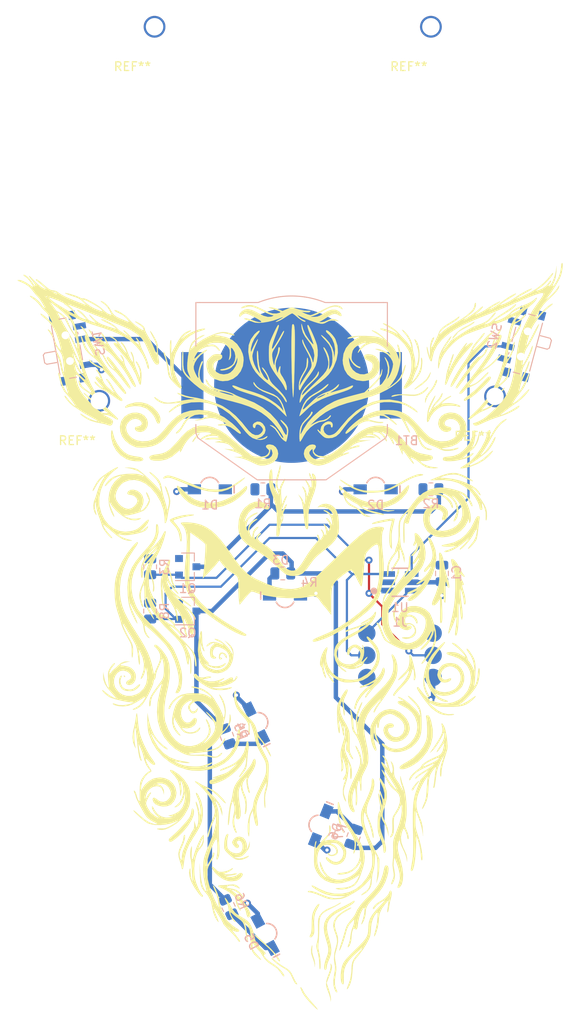
<source format=kicad_pcb>
(kicad_pcb (version 20171130) (host pcbnew "(5.1.8)-1")
  (layers (0 F.Cu signal) (31 B.Cu signal) (34 B.Paste user hide) (35 F.Paste user hide) (36 B.SilkS user) (37 F.SilkS user hide) (38 B.Mask user) (39 F.Mask user) (44 Edge.Cuts user))
  (net 0 "")
  (net 1 GND)
  (net 2 "Net-(BT1-Pad1)")
  (net 3 +V)
  (net 4 "Net-(D1-Pad1)")
  (net 5 "Net-(D2-Pad1)")
  (net 6 "Net-(D3-Pad1)")
  (net 7 "Net-(D4-Pad1)")
  (net 8 "Net-(D5-Pad1)")
  (net 9 "Net-(D6-Pad1)")
  (net 10 /RESET)
  (net 11 /PB0)
  (net 12 /PB1)
  (net 13 "Net-(J1-Pad1)")
  (net 14 /PB2)
  (net 15 "Net-(SW2-Pad1)")
  (net 16 /EYES)
  (net 17 /TONGUE)
  (net 18 "Net-(SW1-Pad3)")
  (module Krampus:HOLE_WEARABLE_KRAMPUS (layer F.Cu) (at 46.482 80.772)
    (fp_text reference REF** (at 0 0.5) (layer F.SilkS))
    (fp_text value HOLE_WEARABLE_KRAMPUS)
    (pad 1 thru_hole circle (at 2.54 -4.064) (size 2.5 2.5) (drill 2) (layers *.Cu *.Mask))
  )
  (module Krampus:HOLE_WEARABLE_KRAMPUS (layer F.Cu) (at 91.948 80.264)
    (fp_text reference REF** (at 0 0.5) (layer F.SilkS))
    (fp_text value HOLE_WEARABLE_KRAMPUS)
    (pad 1 thru_hole circle (at 2.54 -4.064) (size 2.5 2.5) (drill 2) (layers *.Cu *.Mask))
  )
  (module Krampus:HOLE_WEARABLE_KRAMPUS (layer F.Cu) (at 52.832 37.846)
    (fp_text reference REF** (at 0 0.5) (layer F.SilkS))
    (fp_text value HOLE_WEARABLE_KRAMPUS)
    (pad 1 thru_hole circle (at 2.54 -4.064) (size 2.5 2.5) (drill 2) (layers *.Cu *.Mask))
  )
  (module Krampus:HOLE_WEARABLE_KRAMPUS (layer F.Cu) (at 84.582 37.846)
    (fp_text reference REF** (at 0 0.5) (layer F.SilkS))
    (fp_text value HOLE_WEARABLE_KRAMPUS)
    (pad 1 thru_hole circle (at 2.54 -4.064) (size 2.5 2.5) (drill 2) (layers *.Cu *.Mask))
  )
  (module Krampus:Red (layer F.Cu) (at 73.025 89.535)
    (fp_text reference G*** hide)
    (fp_text value LOGO hide)
  )
  (module Krampus:Gold (layer F.Cu) (at 73.025 89.535)
    (fp_text reference G*** hide)
    (fp_text value LOGO hide)
  )
  (module Krampus:White (layer F.Cu) (at 73.025 89.535)
    (fp_text reference G*** hide)
    (fp_text value LOGO hide)
  )
  (module Krampus:Outline (layer F.Cu) (at 73.025 89.535)
    (fp_text reference G*** hide)
    (fp_text value LOGO hide)
  )
  (module Alpenglow:SOT-23-6_Handsoldering (layer B.Cu) (at 83.566 97.536)
    (fp_text reference U1 (at 0 2.9) (layer B.SilkS) (effects (justify mirror)))
    (fp_text value ATtiny4-TS-PROG)
    (pad 5 smd rect (at 1.35 0) (size 1.56 0.65) (layers B.Cu B.Paste B.Mask) (net 3 +V))
    (pad 6 smd rect (at 1.35 0.95) (size 1.56 0.65) (layers B.Cu B.Paste B.Mask) (net 10 /RESET))
    (pad 4 smd rect (at 1.35 -0.95) (size 1.56 0.65) (layers B.Cu B.Paste B.Mask) (net 14 /PB2))
    (pad 3 smd rect (at -1.35 -0.95) (size 1.56 0.65) (layers B.Cu B.Paste B.Mask) (net 12 /PB1))
    (pad 2 smd rect (at -1.35 0) (size 1.56 0.65) (layers B.Cu B.Paste B.Mask) (net 1 GND))
    (pad 1 smd rect (at -1.35 0.95) (size 1.56 0.65) (layers B.Cu B.Paste B.Mask) (net 11 /PB0))
  )
  (module Button_Switch_SMD:SW_SPDT_PCM12 (layer B.Cu) (at 97.536 70.104 255)
    (fp_text reference SW2 (at 0 3.2 75) (layer B.SilkS) (effects (justify mirror)))
    (fp_text value SW_SPDT)
    (pad "" smd rect (at -3.65 0.78 255) (size 1 0.8) (layers B.Cu B.Paste B.Mask))
    (pad "" smd rect (at 3.65 0.78 255) (size 1 0.8) (layers B.Cu B.Paste B.Mask))
    (pad "" smd rect (at 3.65 -1.43 255) (size 1 0.8) (layers B.Cu B.Paste B.Mask))
    (pad "" smd rect (at -3.65 -1.43 255) (size 1 0.8) (layers B.Cu B.Paste B.Mask))
    (pad 3 smd rect (at 2.25 1.43 255) (size 0.7 1.5) (layers B.Cu B.Paste B.Mask) (net 1 GND))
    (pad 2 smd rect (at 0.75 1.43 255) (size 0.7 1.5) (layers B.Cu B.Paste B.Mask) (net 14 /PB2))
    (pad 1 smd rect (at -2.25 1.43 255) (size 0.7 1.5) (layers B.Cu B.Paste B.Mask) (net 15 "Net-(SW2-Pad1)"))
    (pad "" np_thru_hole circle (at 1.5 -0.33 255) (size 0.9 0.9) (drill 0.9) (layers *.Cu *.Mask))
    (pad "" np_thru_hole circle (at -1.5 -0.33 255) (size 0.9 0.9) (drill 0.9) (layers *.Cu *.Mask))
  )
  (module Button_Switch_SMD:SW_SPDT_PCM12 (layer B.Cu) (at 45.72 70.612 100)
    (fp_text reference SW1 (at 0 3.2 100) (layer B.SilkS) (effects (justify mirror)))
    (fp_text value SW_SPDT_Flipped)
    (pad "" smd rect (at -3.65 0.78 100) (size 1 0.8) (layers B.Cu B.Paste B.Mask))
    (pad "" smd rect (at 3.65 0.78 100) (size 1 0.8) (layers B.Cu B.Paste B.Mask))
    (pad "" smd rect (at 3.65 -1.43 100) (size 1 0.8) (layers B.Cu B.Paste B.Mask))
    (pad "" smd rect (at -3.65 -1.43 100) (size 1 0.8) (layers B.Cu B.Paste B.Mask))
    (pad 3 smd rect (at 2.25 1.43 100) (size 0.7 1.5) (layers B.Cu B.Paste B.Mask) (net 18 "Net-(SW1-Pad3)"))
    (pad 2 smd rect (at 0.75 1.43 100) (size 0.7 1.5) (layers B.Cu B.Paste B.Mask) (net 2 "Net-(BT1-Pad1)"))
    (pad 1 smd rect (at -2.25 1.43 100) (size 0.7 1.5) (layers B.Cu B.Paste B.Mask) (net 3 +V))
    (pad "" np_thru_hole circle (at 1.5 -0.33 100) (size 0.9 0.9) (drill 0.9) (layers *.Cu *.Mask))
    (pad "" np_thru_hole circle (at -1.5 -0.33 100) (size 0.9 0.9) (drill 0.9) (layers *.Cu *.Mask))
  )
  (module Resistor_SMD:R_0805_2012Metric (layer B.Cu) (at 54.864 100.838 90)
    (fp_text reference R8 (at 0 1.65 90) (layer B.SilkS) (effects (justify mirror)))
    (fp_text value 10k)
    (pad 2 smd roundrect (at 0.9125 0 90) (size 1.025 1.4) (layers B.Cu B.Paste B.Mask) (roundrect_rratio 0.243902) (net 1 GND))
    (pad 1 smd roundrect (at -0.9125 0 90) (size 1.025 1.4) (layers B.Cu B.Paste B.Mask) (roundrect_rratio 0.243902) (net 12 /PB1))
  )
  (module Resistor_SMD:R_0805_2012Metric (layer B.Cu) (at 78.232 126.746 250)
    (fp_text reference R7 (at 0 1.65 70) (layer B.SilkS) (effects (justify mirror)))
    (fp_text value 470)
    (pad 2 smd roundrect (at 0.9125 0 250) (size 1.025 1.4) (layers B.Cu B.Paste B.Mask) (roundrect_rratio 0.243902) (net 17 /TONGUE))
    (pad 1 smd roundrect (at -0.9125 0 250) (size 1.025 1.4) (layers B.Cu B.Paste B.Mask) (roundrect_rratio 0.243902) (net 9 "Net-(D6-Pad1)"))
  )
  (module Resistor_SMD:R_0805_2012Metric (layer B.Cu) (at 63.876361 134.808994 115)
    (fp_text reference R6 (at 0 1.65 115) (layer B.SilkS) (effects (justify mirror)))
    (fp_text value 470)
    (pad 2 smd roundrect (at 0.9125 0 115) (size 1.025 1.4) (layers B.Cu B.Paste B.Mask) (roundrect_rratio 0.243902) (net 17 /TONGUE))
    (pad 1 smd roundrect (at -0.9125 0 115) (size 1.025 1.4) (layers B.Cu B.Paste B.Mask) (roundrect_rratio 0.243902) (net 8 "Net-(D5-Pad1)"))
  )
  (module Resistor_SMD:R_0805_2012Metric (layer B.Cu) (at 63.695907 115.22053 110)
    (fp_text reference R5 (at 0 1.65 110) (layer B.SilkS) (effects (justify mirror)))
    (fp_text value 470)
    (pad 2 smd roundrect (at 0.9125 0 110) (size 1.025 1.4) (layers B.Cu B.Paste B.Mask) (roundrect_rratio 0.243902) (net 17 /TONGUE))
    (pad 1 smd roundrect (at -0.9125 0 110) (size 1.025 1.4) (layers B.Cu B.Paste B.Mask) (roundrect_rratio 0.243902) (net 7 "Net-(D4-Pad1)"))
  )
  (module Resistor_SMD:R_0805_2012Metric (layer B.Cu) (at 70.104 96.52)
    (fp_text reference R4 (at 3.048 1.016) (layer B.SilkS) (effects (justify mirror)))
    (fp_text value 470)
    (pad 2 smd roundrect (at 0.9125 0) (size 1.025 1.4) (layers B.Cu B.Paste B.Mask) (roundrect_rratio 0.243902) (net 17 /TONGUE))
    (pad 1 smd roundrect (at -0.9125 0) (size 1.025 1.4) (layers B.Cu B.Paste B.Mask) (roundrect_rratio 0.243902) (net 6 "Net-(D3-Pad1)"))
  )
  (module Resistor_SMD:R_0805_2012Metric (layer B.Cu) (at 54.864 95.758 90)
    (fp_text reference R3 (at 0 1.65 90) (layer B.SilkS) (effects (justify mirror)))
    (fp_text value 10k)
    (pad 2 smd roundrect (at 0.9125 0 90) (size 1.025 1.4) (layers B.Cu B.Paste B.Mask) (roundrect_rratio 0.243902) (net 1 GND))
    (pad 1 smd roundrect (at -0.9125 0 90) (size 1.025 1.4) (layers B.Cu B.Paste B.Mask) (roundrect_rratio 0.243902) (net 11 /PB0))
  )
  (module Resistor_SMD:R_0805_2012Metric (layer B.Cu) (at 87.122 86.868)
    (fp_text reference R2 (at 0 1.65) (layer B.SilkS) (effects (justify mirror)))
    (fp_text value 470)
    (pad 2 smd roundrect (at 0.9125 0) (size 1.025 1.4) (layers B.Cu B.Paste B.Mask) (roundrect_rratio 0.243902) (net 16 /EYES))
    (pad 1 smd roundrect (at -0.9125 0) (size 1.025 1.4) (layers B.Cu B.Paste B.Mask) (roundrect_rratio 0.243902) (net 5 "Net-(D2-Pad1)"))
  )
  (module Resistor_SMD:R_0805_2012Metric (layer B.Cu) (at 67.818 86.868)
    (fp_text reference R1 (at 0 1.65) (layer B.SilkS) (effects (justify mirror)))
    (fp_text value 470)
    (pad 2 smd roundrect (at 0.9125 0) (size 1.025 1.4) (layers B.Cu B.Paste B.Mask) (roundrect_rratio 0.243902) (net 16 /EYES))
    (pad 1 smd roundrect (at -0.9125 0) (size 1.025 1.4) (layers B.Cu B.Paste B.Mask) (roundrect_rratio 0.243902) (net 4 "Net-(D1-Pad1)"))
  )
  (module Package_TO_SOT_SMD:SOT-23 (layer B.Cu) (at 59.182 100.838)
    (fp_text reference Q2 (at 0 2.5) (layer B.SilkS) (effects (justify mirror)))
    (fp_text value Q_NMOS_GSD)
    (pad 3 smd rect (at 1 0) (size 0.9 0.8) (layers B.Cu B.Paste B.Mask) (net 17 /TONGUE))
    (pad 2 smd rect (at -1 -0.95) (size 0.9 0.8) (layers B.Cu B.Paste B.Mask) (net 1 GND))
    (pad 1 smd rect (at -1 0.95) (size 0.9 0.8) (layers B.Cu B.Paste B.Mask) (net 12 /PB1))
  )
  (module Package_TO_SOT_SMD:SOT-23 (layer B.Cu) (at 59.182 95.758)
    (fp_text reference Q1 (at 0 2.5) (layer B.SilkS) (effects (justify mirror)))
    (fp_text value Q_NMOS_GSD)
    (pad 3 smd rect (at 1 0) (size 0.9 0.8) (layers B.Cu B.Paste B.Mask) (net 16 /EYES))
    (pad 2 smd rect (at -1 -0.95) (size 0.9 0.8) (layers B.Cu B.Paste B.Mask) (net 1 GND))
    (pad 1 smd rect (at -1 0.95) (size 0.9 0.8) (layers B.Cu B.Paste B.Mask) (net 11 /PB0))
  )
  (module Alpenglow:CONN-ISP-POGO-SMT (layer B.Cu) (at 83.566 104.648)
    (fp_text reference J1 (at 0 -2.54) (layer B.SilkS) (effects (justify mirror)))
    (fp_text value AVR-ISP-6)
    (pad 6 smd circle (at 3.81 -1.27) (size 2 2) (layers B.Cu B.Paste B.Mask) (net 1 GND))
    (pad 5 smd circle (at -3.81 -1.27) (size 2 2) (layers B.Cu B.Paste B.Mask) (net 10 /RESET))
    (pad 4 smd circle (at 3.81 1.27) (size 2 2) (layers B.Cu B.Paste B.Mask) (net 11 /PB0))
    (pad 3 smd circle (at -3.81 1.27) (size 2 2) (layers B.Cu B.Paste B.Mask) (net 12 /PB1))
    (pad 2 smd circle (at 3.81 3.81) (size 2 2) (layers B.Cu B.Paste B.Mask) (net 3 +V))
    (pad 1 smd circle (at -3.81 3.81) (size 2 2) (layers B.Cu B.Paste B.Mask) (net 13 "Net-(J1-Pad1)"))
  )
  (module Alpenglow:LED_1204_RTA_2P (layer B.Cu) (at 74.469959 125.479087 248)
    (fp_text reference D6 (at 0 -1.8 68) (layer B.SilkS) (effects (justify mirror)))
    (fp_text value LED)
    (pad 2 smd rect (at 1.778 0 248) (size 1.524 1.143) (layers B.Cu B.Paste B.Mask) (net 3 +V))
    (pad 1 smd rect (at -1.778 0 248) (size 1.524 1.143) (layers B.Cu B.Paste B.Mask) (net 9 "Net-(D6-Pad1)"))
  )
  (module Alpenglow:LED_1204_RTA_2P (layer B.Cu) (at 68.067895 137.934691 118)
    (fp_text reference D5 (at 0 -1.8 118) (layer B.SilkS) (effects (justify mirror)))
    (fp_text value LED)
    (pad 2 smd rect (at 1.778 0 118) (size 1.524 1.143) (layers B.Cu B.Paste B.Mask) (net 3 +V))
    (pad 1 smd rect (at -1.778 0 118) (size 1.524 1.143) (layers B.Cu B.Paste B.Mask) (net 8 "Net-(D5-Pad1)"))
  )
  (module Alpenglow:LED_1204_RTA_2P (layer B.Cu) (at 67.038576 113.717944 116)
    (fp_text reference D4 (at 0 -1.8 116) (layer B.SilkS) (effects (justify mirror)))
    (fp_text value LED)
    (pad 2 smd rect (at 1.778 0 116) (size 1.524 1.143) (layers B.Cu B.Paste B.Mask) (net 3 +V))
    (pad 1 smd rect (at -1.778 0 116) (size 1.524 1.143) (layers B.Cu B.Paste B.Mask) (net 7 "Net-(D4-Pad1)"))
  )
  (module Alpenglow:LED_1204_RTA_2P (layer B.Cu) (at 70.358 99.06)
    (fp_text reference D3 (at -0.508 -4.064) (layer B.SilkS) (effects (justify mirror)))
    (fp_text value LED)
    (pad 2 smd rect (at 1.778 0) (size 1.524 1.143) (layers B.Cu B.Paste B.Mask) (net 3 +V))
    (pad 1 smd rect (at -1.778 0) (size 1.524 1.143) (layers B.Cu B.Paste B.Mask) (net 6 "Net-(D3-Pad1)"))
  )
  (module Alpenglow:LED_1204_RTA_2P (layer B.Cu) (at 80.772 86.868 180)
    (fp_text reference D2 (at 0 -1.8) (layer B.SilkS) (effects (justify mirror)))
    (fp_text value LED)
    (pad 2 smd rect (at 1.778 0 180) (size 1.524 1.143) (layers B.Cu B.Paste B.Mask) (net 3 +V))
    (pad 1 smd rect (at -1.778 0 180) (size 1.524 1.143) (layers B.Cu B.Paste B.Mask) (net 5 "Net-(D2-Pad1)"))
  )
  (module Alpenglow:LED_1204_RTA_2P (layer B.Cu) (at 61.722 86.868 180)
    (fp_text reference D1 (at 0 -1.8) (layer B.SilkS) (effects (justify mirror)))
    (fp_text value LED)
    (pad 2 smd rect (at 1.778 0 180) (size 1.524 1.143) (layers B.Cu B.Paste B.Mask) (net 3 +V))
    (pad 1 smd rect (at -1.778 0 180) (size 1.524 1.143) (layers B.Cu B.Paste B.Mask) (net 4 "Net-(D1-Pad1)"))
  )
  (module Capacitor_SMD:C_0805_2012Metric (layer B.Cu) (at 88.392 96.52 90)
    (fp_text reference C1 (at 0 1.68 90) (layer B.SilkS) (effects (justify mirror)))
    (fp_text value 0.1)
    (pad 2 smd roundrect (at 0.95 0 90) (size 1 1.45) (layers B.Cu B.Paste B.Mask) (net 1 GND))
    (pad 1 smd roundrect (at -0.95 0 90) (size 1 1.45) (layers B.Cu B.Paste B.Mask) (net 3 +V))
  )
  (module Alpenglow:BatteryHolder_CR2032_SMT (layer B.Cu) (at 71.12 74.93 180)
    (fp_text reference BT1 (at -13.208 -6.35 180) (layer B.SilkS) (effects (justify mirror)))
    (fp_text value Battery_Cell)
    (pad 2 smd circle (at 0 0 180) (size 17.8 17.8) (layers B.Cu B.Mask) (net 1 GND))
    (pad 1 smd rect (at -11.4 0 180) (size 2.54 7.62) (layers B.Cu B.Paste B.Mask) (net 2 "Net-(BT1-Pad1)"))
    (pad 1 smd rect (at 11.4 0 180) (size 2.54 7.62) (layers B.Cu B.Paste B.Mask) (net 2 "Net-(BT1-Pad1)"))
  )
  (segment (start 54.415077 69.625077) (end 59.72 74.93) (width 0.508) (layer B.Cu) (net 2))
  (segment (start 46.998039 69.625077) (end 54.415077 69.625077) (width 0.508) (layer B.Cu) (net 2))
  (via (at 66.04 134.366) (size 0.8128) (drill 0.381) (layers F.Cu B.Cu) (net 3))
  (segment (start 67.233175 135.559175) (end 66.04 134.366) (width 0.508) (layer B.Cu) (net 3))
  (segment (start 67.233175 136.36481) (end 67.233175 135.559175) (width 0.508) (layer B.Cu) (net 3))
  (via (at 75.184 128.27) (size 0.8128) (drill 0.381) (layers F.Cu B.Cu) (net 3))
  (segment (start 74.946288 128.27) (end 73.803908 127.12762) (width 0.508) (layer B.Cu) (net 3))
  (segment (start 75.184 128.27) (end 74.946288 128.27) (width 0.508) (layer B.Cu) (net 3))
  (via (at 73.914 98.806) (size 0.8128) (drill 0.381) (layers F.Cu B.Cu) (net 3))
  (segment (start 72.39 98.806) (end 72.136 99.06) (width 0.508) (layer B.Cu) (net 3))
  (segment (start 73.914 98.806) (end 72.39 98.806) (width 0.508) (layer B.Cu) (net 3))
  (via (at 64.77 110.49) (size 0.8128) (drill 0.381) (layers F.Cu B.Cu) (net 3))
  (segment (start 64.77 110.630736) (end 66.259152 112.119888) (width 0.508) (layer B.Cu) (net 3))
  (segment (start 64.77 110.49) (end 64.77 110.630736) (width 0.508) (layer B.Cu) (net 3))
  (segment (start 88.326 97.536) (end 88.392 97.47) (width 0.508) (layer B.Cu) (net 3))
  (segment (start 84.916 97.536) (end 88.326 97.536) (width 0.508) (layer B.Cu) (net 3))
  (via (at 88.392 99.06) (size 0.8128) (drill 0.381) (layers F.Cu B.Cu) (net 3))
  (segment (start 88.392 97.47) (end 88.392 99.06) (width 0.508) (layer B.Cu) (net 3))
  (segment (start 87.376 110.744) (end 87.122 110.998) (width 0.508) (layer B.Cu) (net 3))
  (via (at 87.122 110.998) (size 0.8128) (drill 0.381) (layers F.Cu B.Cu) (net 3))
  (segment (start 87.376 108.458) (end 87.376 110.744) (width 0.508) (layer B.Cu) (net 3))
  (via (at 57.912 87.122) (size 0.8128) (drill 0.381) (layers F.Cu B.Cu) (net 3))
  (segment (start 58.166 86.868) (end 57.912 87.122) (width 0.508) (layer B.Cu) (net 3))
  (segment (start 59.944 86.868) (end 58.166 86.868) (width 0.508) (layer B.Cu) (net 3))
  (via (at 76.962 87.122) (size 0.8128) (drill 0.381) (layers F.Cu B.Cu) (net 3))
  (segment (start 77.216 86.868) (end 76.962 87.122) (width 0.508) (layer B.Cu) (net 3))
  (segment (start 78.994 86.868) (end 77.216 86.868) (width 0.508) (layer B.Cu) (net 3))
  (via (at 49.276 73.152) (size 0.8128) (drill 0.381) (layers F.Cu B.Cu) (net 3))
  (segment (start 48.703501 72.579501) (end 49.276 73.152) (width 0.508) (layer B.Cu) (net 3))
  (segment (start 47.518983 72.579501) (end 48.703501 72.579501) (width 0.508) (layer B.Cu) (net 3))
  (segment (start 68.58 97.1315) (end 69.1915 96.52) (width 0.508) (layer B.Cu) (net 6))
  (segment (start 68.58 99.06) (end 68.58 97.1315) (width 0.508) (layer B.Cu) (net 6))
  (segment (start 67.056 116.078) (end 67.818 115.316) (width 0.508) (layer B.Cu) (net 7))
  (segment (start 64.008 116.078) (end 67.056 116.078) (width 0.508) (layer B.Cu) (net 7))
  (segment (start 68.130572 139.504572) (end 64.262 135.636) (width 0.508) (layer B.Cu) (net 8))
  (segment (start 68.902615 139.504572) (end 68.130572 139.504572) (width 0.508) (layer B.Cu) (net 8))
  (segment (start 76.332554 123.830554) (end 75.13601 123.830554) (width 0.508) (layer B.Cu) (net 9))
  (segment (start 78.39053 125.88853) (end 76.332554 123.830554) (width 0.508) (layer B.Cu) (net 9))
  (segment (start 78.544093 125.88853) (end 78.39053 125.88853) (width 0.508) (layer B.Cu) (net 9))
  (segment (start 84.648 98.486) (end 84.916 98.486) (width 0.254) (layer B.Cu) (net 10))
  (segment (start 79.756 103.378) (end 84.648 98.486) (width 0.254) (layer B.Cu) (net 10))
  (segment (start 58.1445 96.6705) (end 58.182 96.708) (width 0.254) (layer B.Cu) (net 11))
  (segment (start 54.864 96.6705) (end 58.1445 96.6705) (width 0.254) (layer B.Cu) (net 11))
  (via (at 80.01 98.806) (size 0.8128) (drill 0.381) (layers F.Cu B.Cu) (net 11))
  (segment (start 80.33 98.486) (end 80.01 98.806) (width 0.254) (layer B.Cu) (net 11))
  (segment (start 82.216 98.486) (end 80.33 98.486) (width 0.254) (layer B.Cu) (net 11))
  (segment (start 80.01 98.806) (end 80.01 94.996) (width 0.254) (layer F.Cu) (net 11))
  (via (at 80.01 94.996) (size 0.8128) (drill 0.381) (layers F.Cu B.Cu) (net 11))
  (via (at 84.582 105.41) (size 0.8128) (drill 0.381) (layers F.Cu B.Cu) (net 11))
  (segment (start 85.09 105.918) (end 84.582 105.41) (width 0.254) (layer B.Cu) (net 11))
  (segment (start 87.376 105.918) (end 85.09 105.918) (width 0.254) (layer B.Cu) (net 11))
  (segment (start 81.534 102.362) (end 81.534 100.33) (width 0.254) (layer F.Cu) (net 11))
  (segment (start 84.582 105.41) (end 81.534 102.362) (width 0.254) (layer F.Cu) (net 11))
  (segment (start 80.01 98.806) (end 81.534 100.33) (width 0.254) (layer F.Cu) (net 11))
  (segment (start 58.502 97.028) (end 58.182 96.708) (width 0.254) (layer B.Cu) (net 11))
  (segment (start 68.58 90.932) (end 62.484 97.028) (width 0.254) (layer B.Cu) (net 11))
  (segment (start 75.184 90.932) (end 68.58 90.932) (width 0.254) (layer B.Cu) (net 11))
  (segment (start 79.248 94.996) (end 75.184 90.932) (width 0.254) (layer B.Cu) (net 11))
  (segment (start 62.484 97.028) (end 58.502 97.028) (width 0.254) (layer B.Cu) (net 11))
  (segment (start 80.01 94.996) (end 79.248 94.996) (width 0.254) (layer B.Cu) (net 11))
  (segment (start 58.1445 101.7505) (end 58.182 101.788) (width 0.254) (layer B.Cu) (net 12))
  (segment (start 54.864 101.7505) (end 58.1445 101.7505) (width 0.254) (layer B.Cu) (net 12))
  (segment (start 78.166 96.586) (end 82.216 96.586) (width 0.254) (layer B.Cu) (net 12))
  (segment (start 77.47 105.41) (end 77.47 97.282) (width 0.254) (layer B.Cu) (net 12))
  (segment (start 77.47 97.282) (end 78.166 96.586) (width 0.254) (layer B.Cu) (net 12))
  (segment (start 77.978 105.918) (end 77.47 105.41) (width 0.254) (layer B.Cu) (net 12))
  (segment (start 79.756 105.918) (end 77.978 105.918) (width 0.254) (layer B.Cu) (net 12))
  (segment (start 57.846 101.788) (end 58.182 101.788) (width 0.254) (layer B.Cu) (net 12))
  (segment (start 56.642 100.584) (end 57.846 101.788) (width 0.254) (layer B.Cu) (net 12))
  (segment (start 56.642 98.806) (end 56.642 100.584) (width 0.254) (layer B.Cu) (net 12))
  (segment (start 57.404 98.044) (end 56.642 98.806) (width 0.254) (layer B.Cu) (net 12))
  (segment (start 62.992 98.044) (end 57.404 98.044) (width 0.254) (layer B.Cu) (net 12))
  (segment (start 68.58 92.456) (end 62.992 98.044) (width 0.254) (layer B.Cu) (net 12))
  (segment (start 78.044 96.586) (end 73.914 92.456) (width 0.254) (layer B.Cu) (net 12))
  (segment (start 73.914 92.456) (end 68.58 92.456) (width 0.254) (layer B.Cu) (net 12))
  (segment (start 82.216 96.586) (end 78.044 96.586) (width 0.254) (layer B.Cu) (net 12))
  (segment (start 84.916 94.408) (end 91.44 87.884) (width 0.254) (layer B.Cu) (net 14))
  (segment (start 91.44 87.884) (end 91.44 72.39) (width 0.254) (layer B.Cu) (net 14))
  (segment (start 84.916 96.586) (end 84.916 94.408) (width 0.254) (layer B.Cu) (net 14))
  (segment (start 93.371667 70.458333) (end 95.960612 70.458333) (width 0.254) (layer B.Cu) (net 14))
  (segment (start 91.44 72.39) (end 93.371667 70.458333) (width 0.254) (layer B.Cu) (net 14))
  (segment (start 68.7305 88.7495) (end 68.7305 86.868) (width 0.508) (layer B.Cu) (net 16))
  (segment (start 61.722 95.758) (end 68.7305 88.7495) (width 0.508) (layer B.Cu) (net 16))
  (segment (start 60.182 95.758) (end 61.722 95.758) (width 0.508) (layer B.Cu) (net 16))
  (segment (start 87.122 89.408) (end 88.0345 88.4955) (width 0.508) (layer B.Cu) (net 16))
  (segment (start 88.0345 88.4955) (end 88.0345 86.868) (width 0.508) (layer B.Cu) (net 16))
  (segment (start 69.596 89.408) (end 87.122 89.408) (width 0.508) (layer B.Cu) (net 16))
  (segment (start 68.7305 88.5425) (end 69.596 89.408) (width 0.508) (layer B.Cu) (net 16))
  (segment (start 68.7305 86.868) (end 68.7305 88.5425) (width 0.508) (layer B.Cu) (net 16))
  (segment (start 60.182 111.161246) (end 63.383814 114.36306) (width 0.508) (layer B.Cu) (net 17))
  (segment (start 60.182 100.838) (end 60.182 111.161246) (width 0.508) (layer B.Cu) (net 17))
  (segment (start 62.915386 133.406652) (end 63.490722 133.981988) (width 0.508) (layer B.Cu) (net 17))
  (segment (start 63.383814 114.36306) (end 62.915386 114.831488) (width 0.508) (layer B.Cu) (net 17))
  (segment (start 61.722 132.213266) (end 62.915386 133.406652) (width 0.508) (layer B.Cu) (net 17))
  (segment (start 61.722 116.024874) (end 61.722 132.213266) (width 0.508) (layer B.Cu) (net 17))
  (segment (start 62.915386 114.831488) (end 61.722 116.024874) (width 0.508) (layer B.Cu) (net 17))
  (segment (start 61.976 100.838) (end 60.182 100.838) (width 0.508) (layer B.Cu) (net 17))
  (segment (start 68.58 94.234) (end 61.976 100.838) (width 0.508) (layer B.Cu) (net 17))
  (segment (start 70.104 94.234) (end 68.58 94.234) (width 0.508) (layer B.Cu) (net 17))
  (segment (start 71.12 95.25) (end 70.104 94.234) (width 0.508) (layer B.Cu) (net 17))
  (segment (start 71.12 96.52) (end 71.12 95.25) (width 0.508) (layer B.Cu) (net 17))
  (segment (start 71.0165 96.52) (end 71.12 96.52) (width 0.508) (layer B.Cu) (net 17))
  (segment (start 71.0165 96.52) (end 75.184 96.52) (width 0.508) (layer B.Cu) (net 17))
  (segment (start 75.184 96.52) (end 76.2 97.536) (width 0.508) (layer B.Cu) (net 17))
  (segment (start 76.2 97.536) (end 76.2 110.744) (width 0.508) (layer B.Cu) (net 17))
  (segment (start 76.2 110.744) (end 81.534 116.078) (width 0.508) (layer B.Cu) (net 17))
  (segment (start 81.534 116.078) (end 81.534 127.254) (width 0.508) (layer B.Cu) (net 17))
  (segment (start 81.534 127.254) (end 80.772 128.016) (width 0.508) (layer B.Cu) (net 17))
  (segment (start 78.332437 128.016) (end 77.919907 127.60347) (width 0.508) (layer B.Cu) (net 17))
  (segment (start 80.772 128.016) (end 78.332437 128.016) (width 0.508) (layer B.Cu) (net 17))
)
</source>
